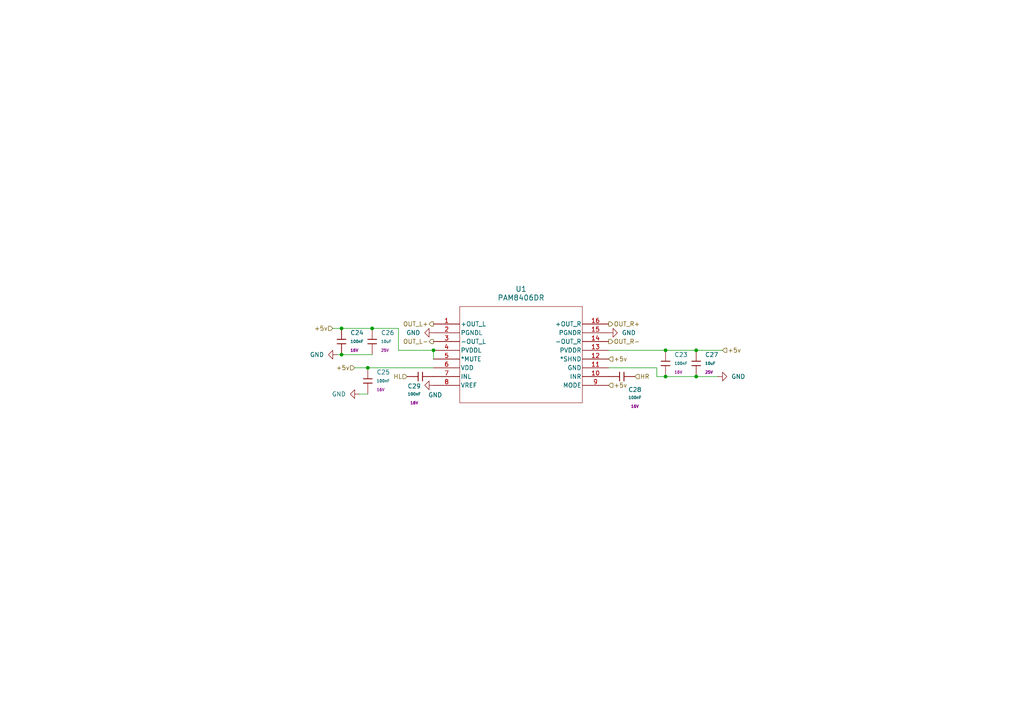
<source format=kicad_sch>
(kicad_sch (version 20250114) (generator "eeschema") (generator_version "9.0")
  (paper "A4")
  (lib_symbols
    (symbol "PAM8406_DIO:PAM8406DR" (pin_names (offset 0.254))
      (property "Reference" "U1" (at 25.4 10.16 0))
      (property "Value" "PAM8406DR" (at 25.4 7.62 0))
      (symbol "PAM8406DR_0_1"
        (polyline (pts (xy 7.62 5.08) (xy 7.62 -22.86)) (stroke (width 0.127)))
        (polyline (pts (xy 7.62 -22.86) (xy 43.18 -22.86)) (stroke (width 0.127)))
        (polyline (pts (xy 43.18 5.08) (xy 7.62 5.08)) (stroke (width 0.127)))
        (polyline (pts (xy 43.18 -22.86) (xy 43.18 5.08)) (stroke (width 0.127)))
        (pin output line (at 0 0 0) (length 7.62) (name "+OUT_L") (number "1"))
        (pin passive line (at 0 -2.54 0) (length 7.62) (name "PGNDL") (number "2"))
        (pin output line (at 0 -5.08 0) (length 7.62) (name "-OUT_L") (number "3"))
        (pin input line (at 0 -7.62 0) (length 7.62) (name "PVDDL") (number "4"))
        (pin input line (at 0 -10.16 0) (length 7.62) (name "*MUTE") (number "5"))
        (pin input line (at 0 -12.7 0) (length 7.62) (name "VDD") (number "6"))
        (pin input line (at 0 -15.24 0) (length 7.62) (name "INL") (number "7"))
        (pin input line (at 0 -17.78 0) (length 7.62) (name "VREF") (number "8"))
        (pin output line (at 50.8 0 180) (length 7.62) (name "+OUT_R") (number "16"))
        (pin passive line (at 50.8 -2.54 180) (length 7.62) (name "PGNDR") (number "15"))
        (pin output line (at 50.8 -5.08 180) (length 7.62) (name "-OUT_R") (number "14"))
        (pin input line (at 50.8 -7.62 180) (length 7.62) (name "PVDDR") (number "13"))
        (pin input line (at 50.8 -10.16 180) (length 7.62) (name "*SHND") (number "12"))
        (pin passive line (at 50.8 -12.7 180) (length 7.62) (name "GND") (number "11"))
        (pin input line (at 50.8 -15.24 180) (length 7.62) (name "INR") (number "10"))
        (pin input line (at 50.8 -17.78 180) (length 7.62) (name "MODE") (number "9"))
      )
    )
    (symbol "PCM_JLCPCB-Capacitors:0402,100nF" (pin_numbers (hide yes)) (pin_names (offset 0))
      (property "Reference" "C" (at 2.032 1.668 0))
      (property "Value" "100nF" (at 2.032 -0.3782 0))
      (property "Voltage Rated" "16V" (at 2.032 -2.0462 0))
      (symbol "0402,100nF_0_1"
        (polyline (pts (xy -1.27 0.635) (xy 1.27 0.635)) (stroke (width 0.254)))
        (polyline (pts (xy -1.27 -0.635) (xy 1.27 -0.635)) (stroke (width 0.254)))
      )
      (symbol "0402,100nF_1_1"
        (pin passive line (at 0 3.81 270) (length 3.175) (name "~") (number "1"))
        (pin passive line (at 0 -3.81 90) (length 3.175) (name "~") (number "2"))
      )
    )
    (symbol "PCM_JLCPCB-Capacitors:0805,10uF" (pin_numbers (hide yes)) (pin_names (offset 0))
      (property "Reference" "C" (at 2.032 1.668 0))
      (property "Value" "10uF" (at 2.032 -0.3782 0))
      (property "Voltage Rated" "25V" (at 2.032 -2.0462 0))
      (symbol "0805,10uF_0_1"
        (polyline (pts (xy -1.27 0.635) (xy 1.27 0.635)) (stroke (width 0.254)))
        (polyline (pts (xy -1.27 -0.635) (xy 1.27 -0.635)) (stroke (width 0.254)))
      )
      (symbol "0805,10uF_1_1"
        (pin passive line (at 0 3.81 270) (length 3.175) (name "~") (number "1"))
        (pin passive line (at 0 -3.81 90) (length 3.175) (name "~") (number "2"))
      )
    )
    (symbol "power:GND" (power) (pin_numbers (hide yes)) (pin_names (offset 0) (hide yes))
      (property "Value" "GND" (at 0 -3.81 0))
      (symbol "GND_0_1"
        (polyline (pts (xy 0 0) (xy 0 -1.27) (xy 1.27 -1.27) (xy 0 -2.54) (xy -1.27 -1.27) (xy 0 -1.27)))
      )
      (symbol "GND_1_1"
        (pin power_in line (at 0 0 270) (length 0) (name "~") (number "1"))
      )
    )
  )
  (junction (at 99.06 102.87))
  (junction (at 99.06 95.25))
  (junction (at 106.68 106.68))
  (junction (at 193.04 109.22))
  (junction (at 107.95 95.25))
  (junction (at 125.73 101.6))
  (junction (at 201.93 109.22))
  (junction (at 193.04 101.6))
  (junction (at 201.93 101.6))
  (wire (pts (xy 107.95 95.25) (xy 115.57 95.25)))
  (wire (pts (xy 193.04 109.22) (xy 190.5 109.22)))
  (wire (pts (xy 99.06 95.25) (xy 107.95 95.25)))
  (wire (pts (xy 209.55 101.6) (xy 201.93 101.6)))
  (wire (pts (xy 190.5 106.68) (xy 176.53 106.68)))
  (wire (pts (xy 125.73 101.6) (xy 125.73 104.14)))
  (wire (pts (xy 106.68 114.3) (xy 104.14 114.3)))
  (wire (pts (xy 106.68 106.68) (xy 125.73 106.68)))
  (wire (pts (xy 99.06 102.87) (xy 107.95 102.87)))
  (wire (pts (xy 201.93 101.6) (xy 193.04 101.6)))
  (wire (pts (xy 201.93 109.22) (xy 193.04 109.22)))
  (wire (pts (xy 102.87 106.68) (xy 106.68 106.68)))
  (wire (pts (xy 208.28 109.22) (xy 201.93 109.22)))
  (wire (pts (xy 190.5 109.22) (xy 190.5 106.68)))
  (wire (pts (xy 193.04 101.6) (xy 176.53 101.6)))
  (wire (pts (xy 96.52 95.25) (xy 99.06 95.25)))
  (wire (pts (xy 115.57 95.25) (xy 115.57 101.6)))
  (wire (pts (xy 97.79 102.87) (xy 99.06 102.87)))
  (wire (pts (xy 115.57 101.6) (xy 125.73 101.6)))
  (hierarchical_label "OUT_R+" (shape output) (at 176.53 93.98 0))
  (hierarchical_label "+5v" (shape input) (at 176.53 104.14 0))
  (hierarchical_label "OUT_L+" (shape output) (at 125.73 93.98 180))
  (hierarchical_label "HR" (shape input) (at 184.15 109.22 0))
  (hierarchical_label "+5v" (shape input) (at 102.87 106.68 180))
  (hierarchical_label "OUT_R-" (shape output) (at 176.53 99.06 0))
  (hierarchical_label "OUT_L-" (shape output) (at 125.73 99.06 180))
  (hierarchical_label "HL" (shape input) (at 118.11 109.22 180))
  (hierarchical_label "+5v" (shape input) (at 176.53 111.76 0))
  (hierarchical_label "+5v" (shape input) (at 96.52 95.25 180))
  (hierarchical_label "+5v" (shape input) (at 209.55 101.6 0))
  (symbol (lib_id "PCM_JLCPCB-Capacitors:0402,100nF") (at 193.04 105.41 0) (unit 1)
    (property "Reference" "C23" (at 195.58 102.8699 0) (effects (justify left)))
    (property "Value" "100nF" (at 195.58 105.41 0) (effects (font (size 0.8 0.8)) (justify left)))
    (property "Footprint" "PCM_JLCPCB:C_0402" (effects (hide yes)))
    (property "Datasheet" "https://www.lcsc.com/datasheet/lcsc_datasheet_2304140030_Samsung-Electro-Mechanics-CL05B104KO5NNNC_C1525.pdf" (effects (hide yes)))
    (property "Description" "16V 100nF X7R ±10% 0402 Multilayer Ceramic Capacitors MLCC - SMD/SMT ROHS" (effects (hide yes)))
    (property "LCSC" "C1525" (effects (hide yes)))
    (property "Stock" "17143248" (effects (hide yes)))
    (property "Price" "0.004USD" (effects (hide yes)))
    (property "Process" "SMT" (effects (hide yes)))
    (property "Minimum Qty" "20" (effects (hide yes)))
    (property "Attrition Qty" "10" (effects (hide yes)))
    (property "Class" "Basic Component" (effects (hide yes)))
    (property "Category" "Capacitors,Multilayer Ceramic Capacitors MLCC - SMD/SMT" (effects (hide yes)))
    (property "Manufacturer" "Samsung Electro-Mechanics" (effects (hide yes)))
    (property "Part" "CL05B104KO5NNNC" (effects (hide yes)))
    (property "Voltage Rated" "16V" (at 195.58 107.95 0) (effects (font (size 0.8 0.8)) (justify left)))
    (property "Tolerance" "±10%" (effects (hide yes)))
    (property "Capacitance" "100nF" (effects (hide yes)))
    (property "Temperature Coefficient" "X7R" (effects (hide yes)))
  )
  (symbol (lib_id "power:GND") (at 97.79 102.87 270) (mirror x) (unit 1)
    (property "Reference" "#PWR062" (effects (hide yes)))
    (property "Value" "GND" (at 93.98 102.8701 90) (effects (justify right)))
    (property "Description" "Power symbol creates a global label with name \"GND\" , ground" (effects (hide yes)))
  )
  (symbol (lib_id "power:GND") (at 125.73 96.52 270) (unit 1)
    (property "Reference" "#PWR028" (effects (hide yes)))
    (property "Value" "GND" (at 121.92 96.5199 90) (effects (justify right)))
    (property "Description" "Power symbol creates a global label with name \"GND\" , ground" (effects (hide yes)))
  )
  (symbol (lib_id "PCM_JLCPCB-Capacitors:0402,100nF") (at 106.68 110.49 0) (unit 1)
    (property "Reference" "C25" (at 109.22 107.9499 0) (effects (justify left)))
    (property "Value" "100nF" (at 109.22 110.49 0) (effects (font (size 0.8 0.8)) (justify left)))
    (property "Footprint" "PCM_JLCPCB:C_0402" (effects (hide yes)))
    (property "Datasheet" "https://www.lcsc.com/datasheet/lcsc_datasheet_2304140030_Samsung-Electro-Mechanics-CL05B104KO5NNNC_C1525.pdf" (effects (hide yes)))
    (property "Description" "16V 100nF X7R ±10% 0402 Multilayer Ceramic Capacitors MLCC - SMD/SMT ROHS" (effects (hide yes)))
    (property "LCSC" "C1525" (effects (hide yes)))
    (property "Stock" "17143248" (effects (hide yes)))
    (property "Price" "0.004USD" (effects (hide yes)))
    (property "Process" "SMT" (effects (hide yes)))
    (property "Minimum Qty" "20" (effects (hide yes)))
    (property "Attrition Qty" "10" (effects (hide yes)))
    (property "Class" "Basic Component" (effects (hide yes)))
    (property "Category" "Capacitors,Multilayer Ceramic Capacitors MLCC - SMD/SMT" (effects (hide yes)))
    (property "Manufacturer" "Samsung Electro-Mechanics" (effects (hide yes)))
    (property "Part" "CL05B104KO5NNNC" (effects (hide yes)))
    (property "Voltage Rated" "16V" (at 109.22 113.03 0) (effects (font (size 0.8 0.8)) (justify left)))
    (property "Tolerance" "±10%" (effects (hide yes)))
    (property "Capacitance" "100nF" (effects (hide yes)))
    (property "Temperature Coefficient" "X7R" (effects (hide yes)))
  )
  (symbol (lib_id "PCM_JLCPCB-Capacitors:0805,10uF") (at 107.95 99.06 0) (unit 1)
    (property "Reference" "C26" (at 110.49 96.5199 0) (effects (justify left)))
    (property "Value" "10uF" (at 110.49 99.06 0) (effects (font (size 0.8 0.8)) (justify left)))
    (property "Footprint" "PCM_JLCPCB:C_0805" (effects (hide yes)))
    (property "Datasheet" "https://www.lcsc.com/datasheet/lcsc_datasheet_2304140030_Samsung-Electro-Mechanics-CL21A106KAYNNNE_C15850.pdf" (effects (hide yes)))
    (property "Description" "25V 10uF X5R ±10% 0805 Multilayer Ceramic Capacitors MLCC - SMD/SMT ROHS" (effects (hide yes)))
    (property "LCSC" "C15850" (effects (hide yes)))
    (property "Stock" "6572470" (effects (hide yes)))
    (property "Price" "0.013USD" (effects (hide yes)))
    (property "Process" "SMT" (effects (hide yes)))
    (property "Minimum Qty" "20" (effects (hide yes)))
    (property "Attrition Qty" "10" (effects (hide yes)))
    (property "Class" "Basic Component" (effects (hide yes)))
    (property "Category" "Capacitors,Multilayer Ceramic Capacitors MLCC - SMD/SMT" (effects (hide yes)))
    (property "Manufacturer" "Samsung Electro-Mechanics" (effects (hide yes)))
    (property "Part" "CL21A106KAYNNNE" (effects (hide yes)))
    (property "Voltage Rated" "25V" (at 110.49 101.6 0) (effects (font (size 0.8 0.8)) (justify left)))
    (property "Tolerance" "±10%" (effects (hide yes)))
    (property "Capacitance" "10uF" (effects (hide yes)))
    (property "Temperature Coefficient" "X5R" (effects (hide yes)))
  )
  (symbol (lib_id "power:GND") (at 208.28 109.22 90) (mirror x) (unit 1)
    (property "Reference" "#PWR057" (effects (hide yes)))
    (property "Value" "GND" (at 212.09 109.2199 90) (effects (justify right)))
    (property "Description" "Power symbol creates a global label with name \"GND\" , ground" (effects (hide yes)))
  )
  (symbol (lib_id "PAM8406_DIO:PAM8406DR") (at 125.73 93.98 0) (unit 1)
    (property "Reference" "U1" (at 151.13 83.82 0) (effects (font (size 1.524 1.524))))
    (property "Value" "PAM8406DR" (at 151.13 86.36 0) (effects (font (size 1.524 1.524))))
    (property "Footprint" "Custom Components:SO-16_PAM8406_DIO" (effects (hide yes)))
    (property "Datasheet" "PAM8406DR" (effects (hide yes)))
  )
  (symbol (lib_id "PCM_JLCPCB-Capacitors:0402,100nF") (at 121.92 109.22 270) (unit 1)
    (property "Reference" "C29" (at 120.142 112.014 90))
    (property "Value" "100nF" (at 120.142 114.3 90) (effects (font (size 0.8 0.8))))
    (property "Footprint" "PCM_JLCPCB:C_0402" (effects (hide yes)))
    (property "Datasheet" "https://www.lcsc.com/datasheet/lcsc_datasheet_2304140030_Samsung-Electro-Mechanics-CL05B104KO5NNNC_C1525.pdf" (effects (hide yes)))
    (property "Description" "16V 100nF X7R ±10% 0402 Multilayer Ceramic Capacitors MLCC - SMD/SMT ROHS" (effects (hide yes)))
    (property "LCSC" "C1525" (effects (hide yes)))
    (property "Stock" "17143248" (effects (hide yes)))
    (property "Price" "0.004USD" (effects (hide yes)))
    (property "Process" "SMT" (effects (hide yes)))
    (property "Minimum Qty" "20" (effects (hide yes)))
    (property "Attrition Qty" "10" (effects (hide yes)))
    (property "Class" "Basic Component" (effects (hide yes)))
    (property "Category" "Capacitors,Multilayer Ceramic Capacitors MLCC - SMD/SMT" (effects (hide yes)))
    (property "Manufacturer" "Samsung Electro-Mechanics" (effects (hide yes)))
    (property "Part" "CL05B104KO5NNNC" (effects (hide yes)))
    (property "Voltage Rated" "16V" (at 120.142 116.84 90) (effects (font (size 0.8 0.8))))
    (property "Tolerance" "±10%" (effects (hide yes)))
    (property "Capacitance" "100nF" (effects (hide yes)))
    (property "Temperature Coefficient" "X7R" (effects (hide yes)))
  )
  (symbol (lib_id "power:GND") (at 104.14 114.3 270) (mirror x) (unit 1)
    (property "Reference" "#PWR064" (effects (hide yes)))
    (property "Value" "GND" (at 100.33 114.3001 90) (effects (justify right)))
    (property "Description" "Power symbol creates a global label with name \"GND\" , ground" (effects (hide yes)))
  )
  (symbol (lib_id "PCM_JLCPCB-Capacitors:0402,100nF") (at 180.34 109.22 270) (unit 1)
    (property "Reference" "C28" (at 184.15 113.03 90))
    (property "Value" "100nF" (at 184.15 115.316 90) (effects (font (size 0.8 0.8))))
    (property "Footprint" "PCM_JLCPCB:C_0402" (effects (hide yes)))
    (property "Datasheet" "https://www.lcsc.com/datasheet/lcsc_datasheet_2304140030_Samsung-Electro-Mechanics-CL05B104KO5NNNC_C1525.pdf" (effects (hide yes)))
    (property "Description" "16V 100nF X7R ±10% 0402 Multilayer Ceramic Capacitors MLCC - SMD/SMT ROHS" (effects (hide yes)))
    (property "LCSC" "C1525" (effects (hide yes)))
    (property "Stock" "17143248" (effects (hide yes)))
    (property "Price" "0.004USD" (effects (hide yes)))
    (property "Process" "SMT" (effects (hide yes)))
    (property "Minimum Qty" "20" (effects (hide yes)))
    (property "Attrition Qty" "10" (effects (hide yes)))
    (property "Class" "Basic Component" (effects (hide yes)))
    (property "Category" "Capacitors,Multilayer Ceramic Capacitors MLCC - SMD/SMT" (effects (hide yes)))
    (property "Manufacturer" "Samsung Electro-Mechanics" (effects (hide yes)))
    (property "Part" "CL05B104KO5NNNC" (effects (hide yes)))
    (property "Voltage Rated" "16V" (at 184.15 117.856 90) (effects (font (size 0.8 0.8))))
    (property "Tolerance" "±10%" (effects (hide yes)))
    (property "Capacitance" "100nF" (effects (hide yes)))
    (property "Temperature Coefficient" "X7R" (effects (hide yes)))
  )
  (symbol (lib_id "PCM_JLCPCB-Capacitors:0805,10uF") (at 201.93 105.41 0) (unit 1)
    (property "Reference" "C27" (at 204.47 102.8699 0) (effects (justify left)))
    (property "Value" "10uF" (at 204.47 105.41 0) (effects (font (size 0.8 0.8)) (justify left)))
    (property "Footprint" "PCM_JLCPCB:C_0805" (effects (hide yes)))
    (property "Datasheet" "https://www.lcsc.com/datasheet/lcsc_datasheet_2304140030_Samsung-Electro-Mechanics-CL21A106KAYNNNE_C15850.pdf" (effects (hide yes)))
    (property "Description" "25V 10uF X5R ±10% 0805 Multilayer Ceramic Capacitors MLCC - SMD/SMT ROHS" (effects (hide yes)))
    (property "LCSC" "C15850" (effects (hide yes)))
    (property "Stock" "6572470" (effects (hide yes)))
    (property "Price" "0.013USD" (effects (hide yes)))
    (property "Process" "SMT" (effects (hide yes)))
    (property "Minimum Qty" "20" (effects (hide yes)))
    (property "Attrition Qty" "10" (effects (hide yes)))
    (property "Class" "Basic Component" (effects (hide yes)))
    (property "Category" "Capacitors,Multilayer Ceramic Capacitors MLCC - SMD/SMT" (effects (hide yes)))
    (property "Manufacturer" "Samsung Electro-Mechanics" (effects (hide yes)))
    (property "Part" "CL21A106KAYNNNE" (effects (hide yes)))
    (property "Voltage Rated" "25V" (at 204.47 107.95 0) (effects (font (size 0.8 0.8)) (justify left)))
    (property "Tolerance" "±10%" (effects (hide yes)))
    (property "Capacitance" "10uF" (effects (hide yes)))
    (property "Temperature Coefficient" "X5R" (effects (hide yes)))
  )
  (symbol (lib_id "power:GND") (at 176.53 96.52 90) (mirror x) (unit 1)
    (property "Reference" "#PWR056" (effects (hide yes)))
    (property "Value" "GND" (at 180.34 96.5199 90) (effects (justify right)))
    (property "Description" "Power symbol creates a global label with name \"GND\" , ground" (effects (hide yes)))
  )
  (symbol (lib_id "PCM_JLCPCB-Capacitors:0402,100nF") (at 99.06 99.06 0) (unit 1)
    (property "Reference" "C24" (at 101.6 96.5199 0) (effects (justify left)))
    (property "Value" "100nF" (at 101.6 99.06 0) (effects (font (size 0.8 0.8)) (justify left)))
    (property "Footprint" "PCM_JLCPCB:C_0402" (effects (hide yes)))
    (property "Datasheet" "https://www.lcsc.com/datasheet/lcsc_datasheet_2304140030_Samsung-Electro-Mechanics-CL05B104KO5NNNC_C1525.pdf" (effects (hide yes)))
    (property "Description" "16V 100nF X7R ±10% 0402 Multilayer Ceramic Capacitors MLCC - SMD/SMT ROHS" (effects (hide yes)))
    (property "LCSC" "C1525" (effects (hide yes)))
    (property "Stock" "17143248" (effects (hide yes)))
    (property "Price" "0.004USD" (effects (hide yes)))
    (property "Process" "SMT" (effects (hide yes)))
    (property "Minimum Qty" "20" (effects (hide yes)))
    (property "Attrition Qty" "10" (effects (hide yes)))
    (property "Class" "Basic Component" (effects (hide yes)))
    (property "Category" "Capacitors,Multilayer Ceramic Capacitors MLCC - SMD/SMT" (effects (hide yes)))
    (property "Manufacturer" "Samsung Electro-Mechanics" (effects (hide yes)))
    (property "Part" "CL05B104KO5NNNC" (effects (hide yes)))
    (property "Voltage Rated" "16V" (at 101.6 101.6 0) (effects (font (size 0.8 0.8)) (justify left)))
    (property "Tolerance" "±10%" (effects (hide yes)))
    (property "Capacitance" "100nF" (effects (hide yes)))
    (property "Temperature Coefficient" "X7R" (effects (hide yes)))
  )
  (symbol (lib_id "power:GND") (at 125.73 111.76 270) (mirror x) (unit 1)
    (property "Reference" "#PWR063" (effects (hide yes)))
    (property "Value" "GND" (at 128.27 114.554 90) (effects (justify right)))
    (property "Description" "Power symbol creates a global label with name \"GND\" , ground" (effects (hide yes)))
  )
)
</source>
